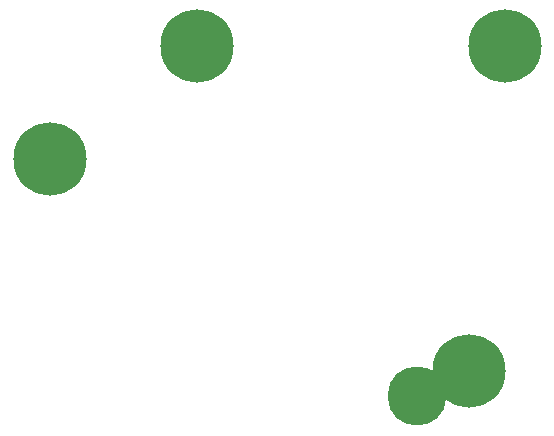
<source format=gbr>
G04 #@! TF.GenerationSoftware,KiCad,Pcbnew,6.0.11+dfsg-1~bpo11+1*
G04 #@! TF.CreationDate,2023-03-04T16:09:42-05:00*
G04 #@! TF.ProjectId,RUSP_Faceplate,52555350-5f46-4616-9365-706c6174652e,rev?*
G04 #@! TF.SameCoordinates,Original*
G04 #@! TF.FileFunction,Soldermask,Top*
G04 #@! TF.FilePolarity,Negative*
%FSLAX46Y46*%
G04 Gerber Fmt 4.6, Leading zero omitted, Abs format (unit mm)*
G04 Created by KiCad (PCBNEW 6.0.11+dfsg-1~bpo11+1) date 2023-03-04 16:09:42*
%MOMM*%
%LPD*%
G01*
G04 APERTURE LIST*
%ADD10C,5.000000*%
%ADD11C,6.200000*%
G04 APERTURE END LIST*
D10*
G04 #@! TO.C,H4*
X149392000Y-101280000D03*
G04 #@! TD*
D11*
G04 #@! TO.C,H2*
X118292000Y-81180000D03*
G04 #@! TD*
G04 #@! TO.C,H1*
X130792000Y-71680000D03*
G04 #@! TD*
G04 #@! TO.C,H3*
X153792000Y-99180000D03*
G04 #@! TD*
G04 #@! TO.C,H5*
X156792000Y-71680000D03*
G04 #@! TD*
M02*

</source>
